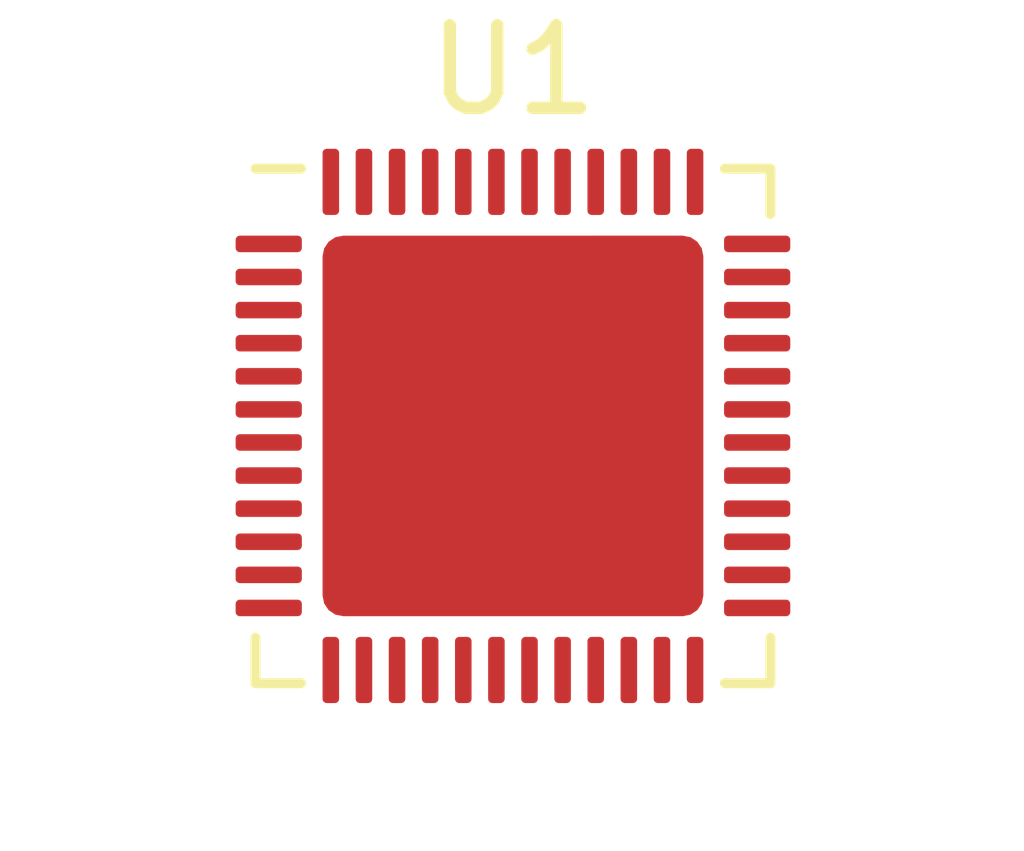
<source format=kicad_pcb>
(kicad_pcb (version 20171130) (host pcbnew "(5.1.4)-1")

  (general
    (thickness 1.6)
    (drawings 0)
    (tracks 0)
    (zones 0)
    (modules 1)
    (nets 46)
  )

  (page A4)
  (layers
    (0 F.Cu signal)
    (31 B.Cu signal)
    (32 B.Adhes user)
    (33 F.Adhes user)
    (34 B.Paste user)
    (35 F.Paste user)
    (36 B.SilkS user)
    (37 F.SilkS user)
    (38 B.Mask user)
    (39 F.Mask user)
    (40 Dwgs.User user)
    (41 Cmts.User user)
    (42 Eco1.User user)
    (43 Eco2.User user)
    (44 Edge.Cuts user)
    (45 Margin user)
    (46 B.CrtYd user)
    (47 F.CrtYd user)
    (48 B.Fab user)
    (49 F.Fab user)
  )

  (setup
    (last_trace_width 0.25)
    (trace_clearance 0.2)
    (zone_clearance 0.508)
    (zone_45_only no)
    (trace_min 0.2)
    (via_size 0.8)
    (via_drill 0.4)
    (via_min_size 0.4)
    (via_min_drill 0.3)
    (uvia_size 0.3)
    (uvia_drill 0.1)
    (uvias_allowed no)
    (uvia_min_size 0.2)
    (uvia_min_drill 0.1)
    (edge_width 0.05)
    (segment_width 0.2)
    (pcb_text_width 0.3)
    (pcb_text_size 1.5 1.5)
    (mod_edge_width 0.12)
    (mod_text_size 1 1)
    (mod_text_width 0.15)
    (pad_size 1.524 1.524)
    (pad_drill 0.762)
    (pad_to_mask_clearance 0.051)
    (solder_mask_min_width 0.25)
    (aux_axis_origin 0 0)
    (visible_elements FFFFFF7F)
    (pcbplotparams
      (layerselection 0x010fc_ffffffff)
      (usegerberextensions false)
      (usegerberattributes false)
      (usegerberadvancedattributes false)
      (creategerberjobfile false)
      (excludeedgelayer true)
      (linewidth 0.100000)
      (plotframeref false)
      (viasonmask false)
      (mode 1)
      (useauxorigin false)
      (hpglpennumber 1)
      (hpglpenspeed 20)
      (hpglpendiameter 15.000000)
      (psnegative false)
      (psa4output false)
      (plotreference true)
      (plotvalue true)
      (plotinvisibletext false)
      (padsonsilk false)
      (subtractmaskfromsilk false)
      (outputformat 1)
      (mirror false)
      (drillshape 1)
      (scaleselection 1)
      (outputdirectory ""))
  )

  (net 0 "")
  (net 1 "Net-(U1-Pad48)")
  (net 2 "Net-(U1-Pad47)")
  (net 3 "Net-(U1-Pad46)")
  (net 4 "Net-(U1-Pad45)")
  (net 5 "Net-(U1-Pad44)")
  (net 6 "Net-(U1-Pad43)")
  (net 7 "Net-(U1-Pad42)")
  (net 8 "Net-(U1-Pad41)")
  (net 9 "Net-(U1-Pad40)")
  (net 10 "Net-(U1-Pad39)")
  (net 11 "Net-(U1-Pad38)")
  (net 12 "Net-(U1-Pad37)")
  (net 13 "Net-(U1-Pad35)")
  (net 14 "Net-(U1-Pad13)")
  (net 15 "Net-(U1-Pad32)")
  (net 16 "Net-(U1-Pad31)")
  (net 17 "Net-(U1-Pad30)")
  (net 18 "Net-(U1-Pad29)")
  (net 19 "Net-(U1-Pad28)")
  (net 20 "Net-(U1-Pad27)")
  (net 21 "Net-(U1-Pad26)")
  (net 22 "Net-(U1-Pad25)")
  (net 23 "Net-(U1-Pad24)")
  (net 24 "Net-(U1-Pad23)")
  (net 25 "Net-(U1-Pad22)")
  (net 26 "Net-(U1-Pad21)")
  (net 27 "Net-(U1-Pad20)")
  (net 28 "Net-(U1-Pad19)")
  (net 29 "Net-(U1-Pad18)")
  (net 30 "Net-(U1-Pad17)")
  (net 31 "Net-(U1-Pad16)")
  (net 32 "Net-(U1-Pad15)")
  (net 33 "Net-(U1-Pad14)")
  (net 34 "Net-(U1-Pad1)")
  (net 35 "Net-(U1-Pad11)")
  (net 36 "Net-(U1-Pad10)")
  (net 37 "Net-(U1-Pad9)")
  (net 38 "Net-(U1-Pad8)")
  (net 39 "Net-(U1-Pad7)")
  (net 40 "Net-(U1-Pad6)")
  (net 41 "Net-(U1-Pad5)")
  (net 42 "Net-(U1-Pad4)")
  (net 43 "Net-(U1-Pad3)")
  (net 44 "Net-(U1-Pad2)")
  (net 45 "Net-(U1-Pad49)")

  (net_class Default "This is the default net class."
    (clearance 0.2)
    (trace_width 0.25)
    (via_dia 0.8)
    (via_drill 0.4)
    (uvia_dia 0.3)
    (uvia_drill 0.1)
    (add_net "Net-(U1-Pad1)")
    (add_net "Net-(U1-Pad10)")
    (add_net "Net-(U1-Pad11)")
    (add_net "Net-(U1-Pad13)")
    (add_net "Net-(U1-Pad14)")
    (add_net "Net-(U1-Pad15)")
    (add_net "Net-(U1-Pad16)")
    (add_net "Net-(U1-Pad17)")
    (add_net "Net-(U1-Pad18)")
    (add_net "Net-(U1-Pad19)")
    (add_net "Net-(U1-Pad2)")
    (add_net "Net-(U1-Pad20)")
    (add_net "Net-(U1-Pad21)")
    (add_net "Net-(U1-Pad22)")
    (add_net "Net-(U1-Pad23)")
    (add_net "Net-(U1-Pad24)")
    (add_net "Net-(U1-Pad25)")
    (add_net "Net-(U1-Pad26)")
    (add_net "Net-(U1-Pad27)")
    (add_net "Net-(U1-Pad28)")
    (add_net "Net-(U1-Pad29)")
    (add_net "Net-(U1-Pad3)")
    (add_net "Net-(U1-Pad30)")
    (add_net "Net-(U1-Pad31)")
    (add_net "Net-(U1-Pad32)")
    (add_net "Net-(U1-Pad35)")
    (add_net "Net-(U1-Pad37)")
    (add_net "Net-(U1-Pad38)")
    (add_net "Net-(U1-Pad39)")
    (add_net "Net-(U1-Pad4)")
    (add_net "Net-(U1-Pad40)")
    (add_net "Net-(U1-Pad41)")
    (add_net "Net-(U1-Pad42)")
    (add_net "Net-(U1-Pad43)")
    (add_net "Net-(U1-Pad44)")
    (add_net "Net-(U1-Pad45)")
    (add_net "Net-(U1-Pad46)")
    (add_net "Net-(U1-Pad47)")
    (add_net "Net-(U1-Pad48)")
    (add_net "Net-(U1-Pad49)")
    (add_net "Net-(U1-Pad5)")
    (add_net "Net-(U1-Pad6)")
    (add_net "Net-(U1-Pad7)")
    (add_net "Net-(U1-Pad8)")
    (add_net "Net-(U1-Pad9)")
  )

  (module Package_DFN_QFN:QFN-48-1EP_6x6mm_P0.4mm_EP4.6x4.6mm (layer F.Cu) (tedit 5C279080) (tstamp 5DF52CC9)
    (at 31.5 31.5)
    (descr "QFN, 48 Pin (http://infocenter.nordicsemi.com/pdf/nRF51822_PS_v3.3.pdf#page=67), generated with kicad-footprint-generator ipc_dfn_qfn_generator.py")
    (tags "QFN DFN_QFN")
    (path /5DF52931)
    (attr smd)
    (fp_text reference U1 (at 0 -4.3) (layer F.SilkS)
      (effects (font (size 1 1) (thickness 0.15)))
    )
    (fp_text value nRF51x22-QFxx (at 0 4.3) (layer F.Fab)
      (effects (font (size 1 1) (thickness 0.15)))
    )
    (fp_text user %R (at 0 0) (layer F.Fab)
      (effects (font (size 1 1) (thickness 0.15)))
    )
    (fp_line (start 3.6 -3.6) (end -3.6 -3.6) (layer F.CrtYd) (width 0.05))
    (fp_line (start 3.6 3.6) (end 3.6 -3.6) (layer F.CrtYd) (width 0.05))
    (fp_line (start -3.6 3.6) (end 3.6 3.6) (layer F.CrtYd) (width 0.05))
    (fp_line (start -3.6 -3.6) (end -3.6 3.6) (layer F.CrtYd) (width 0.05))
    (fp_line (start -3 -2) (end -2 -3) (layer F.Fab) (width 0.1))
    (fp_line (start -3 3) (end -3 -2) (layer F.Fab) (width 0.1))
    (fp_line (start 3 3) (end -3 3) (layer F.Fab) (width 0.1))
    (fp_line (start 3 -3) (end 3 3) (layer F.Fab) (width 0.1))
    (fp_line (start -2 -3) (end 3 -3) (layer F.Fab) (width 0.1))
    (fp_line (start -2.56 -3.11) (end -3.11 -3.11) (layer F.SilkS) (width 0.12))
    (fp_line (start 3.11 3.11) (end 3.11 2.56) (layer F.SilkS) (width 0.12))
    (fp_line (start 2.56 3.11) (end 3.11 3.11) (layer F.SilkS) (width 0.12))
    (fp_line (start -3.11 3.11) (end -3.11 2.56) (layer F.SilkS) (width 0.12))
    (fp_line (start -2.56 3.11) (end -3.11 3.11) (layer F.SilkS) (width 0.12))
    (fp_line (start 3.11 -3.11) (end 3.11 -2.56) (layer F.SilkS) (width 0.12))
    (fp_line (start 2.56 -3.11) (end 3.11 -3.11) (layer F.SilkS) (width 0.12))
    (pad 48 smd roundrect (at -2.2 -2.95) (size 0.2 0.8) (layers F.Cu F.Paste F.Mask) (roundrect_rratio 0.25)
      (net 1 "Net-(U1-Pad48)"))
    (pad 47 smd roundrect (at -1.8 -2.95) (size 0.2 0.8) (layers F.Cu F.Paste F.Mask) (roundrect_rratio 0.25)
      (net 2 "Net-(U1-Pad47)"))
    (pad 46 smd roundrect (at -1.4 -2.95) (size 0.2 0.8) (layers F.Cu F.Paste F.Mask) (roundrect_rratio 0.25)
      (net 3 "Net-(U1-Pad46)"))
    (pad 45 smd roundrect (at -1 -2.95) (size 0.2 0.8) (layers F.Cu F.Paste F.Mask) (roundrect_rratio 0.25)
      (net 4 "Net-(U1-Pad45)"))
    (pad 44 smd roundrect (at -0.6 -2.95) (size 0.2 0.8) (layers F.Cu F.Paste F.Mask) (roundrect_rratio 0.25)
      (net 5 "Net-(U1-Pad44)"))
    (pad 43 smd roundrect (at -0.2 -2.95) (size 0.2 0.8) (layers F.Cu F.Paste F.Mask) (roundrect_rratio 0.25)
      (net 6 "Net-(U1-Pad43)"))
    (pad 42 smd roundrect (at 0.2 -2.95) (size 0.2 0.8) (layers F.Cu F.Paste F.Mask) (roundrect_rratio 0.25)
      (net 7 "Net-(U1-Pad42)"))
    (pad 41 smd roundrect (at 0.6 -2.95) (size 0.2 0.8) (layers F.Cu F.Paste F.Mask) (roundrect_rratio 0.25)
      (net 8 "Net-(U1-Pad41)"))
    (pad 40 smd roundrect (at 1 -2.95) (size 0.2 0.8) (layers F.Cu F.Paste F.Mask) (roundrect_rratio 0.25)
      (net 9 "Net-(U1-Pad40)"))
    (pad 39 smd roundrect (at 1.4 -2.95) (size 0.2 0.8) (layers F.Cu F.Paste F.Mask) (roundrect_rratio 0.25)
      (net 10 "Net-(U1-Pad39)"))
    (pad 38 smd roundrect (at 1.8 -2.95) (size 0.2 0.8) (layers F.Cu F.Paste F.Mask) (roundrect_rratio 0.25)
      (net 11 "Net-(U1-Pad38)"))
    (pad 37 smd roundrect (at 2.2 -2.95) (size 0.2 0.8) (layers F.Cu F.Paste F.Mask) (roundrect_rratio 0.25)
      (net 12 "Net-(U1-Pad37)"))
    (pad 36 smd roundrect (at 2.95 -2.2) (size 0.8 0.2) (layers F.Cu F.Paste F.Mask) (roundrect_rratio 0.25)
      (net 13 "Net-(U1-Pad35)"))
    (pad 35 smd roundrect (at 2.95 -1.8) (size 0.8 0.2) (layers F.Cu F.Paste F.Mask) (roundrect_rratio 0.25)
      (net 13 "Net-(U1-Pad35)"))
    (pad 34 smd roundrect (at 2.95 -1.4) (size 0.8 0.2) (layers F.Cu F.Paste F.Mask) (roundrect_rratio 0.25)
      (net 14 "Net-(U1-Pad13)"))
    (pad 33 smd roundrect (at 2.95 -1) (size 0.8 0.2) (layers F.Cu F.Paste F.Mask) (roundrect_rratio 0.25)
      (net 14 "Net-(U1-Pad13)"))
    (pad 32 smd roundrect (at 2.95 -0.6) (size 0.8 0.2) (layers F.Cu F.Paste F.Mask) (roundrect_rratio 0.25)
      (net 15 "Net-(U1-Pad32)"))
    (pad 31 smd roundrect (at 2.95 -0.2) (size 0.8 0.2) (layers F.Cu F.Paste F.Mask) (roundrect_rratio 0.25)
      (net 16 "Net-(U1-Pad31)"))
    (pad 30 smd roundrect (at 2.95 0.2) (size 0.8 0.2) (layers F.Cu F.Paste F.Mask) (roundrect_rratio 0.25)
      (net 17 "Net-(U1-Pad30)"))
    (pad 29 smd roundrect (at 2.95 0.6) (size 0.8 0.2) (layers F.Cu F.Paste F.Mask) (roundrect_rratio 0.25)
      (net 18 "Net-(U1-Pad29)"))
    (pad 28 smd roundrect (at 2.95 1) (size 0.8 0.2) (layers F.Cu F.Paste F.Mask) (roundrect_rratio 0.25)
      (net 19 "Net-(U1-Pad28)"))
    (pad 27 smd roundrect (at 2.95 1.4) (size 0.8 0.2) (layers F.Cu F.Paste F.Mask) (roundrect_rratio 0.25)
      (net 20 "Net-(U1-Pad27)"))
    (pad 26 smd roundrect (at 2.95 1.8) (size 0.8 0.2) (layers F.Cu F.Paste F.Mask) (roundrect_rratio 0.25)
      (net 21 "Net-(U1-Pad26)"))
    (pad 25 smd roundrect (at 2.95 2.2) (size 0.8 0.2) (layers F.Cu F.Paste F.Mask) (roundrect_rratio 0.25)
      (net 22 "Net-(U1-Pad25)"))
    (pad 24 smd roundrect (at 2.2 2.95) (size 0.2 0.8) (layers F.Cu F.Paste F.Mask) (roundrect_rratio 0.25)
      (net 23 "Net-(U1-Pad24)"))
    (pad 23 smd roundrect (at 1.8 2.95) (size 0.2 0.8) (layers F.Cu F.Paste F.Mask) (roundrect_rratio 0.25)
      (net 24 "Net-(U1-Pad23)"))
    (pad 22 smd roundrect (at 1.4 2.95) (size 0.2 0.8) (layers F.Cu F.Paste F.Mask) (roundrect_rratio 0.25)
      (net 25 "Net-(U1-Pad22)"))
    (pad 21 smd roundrect (at 1 2.95) (size 0.2 0.8) (layers F.Cu F.Paste F.Mask) (roundrect_rratio 0.25)
      (net 26 "Net-(U1-Pad21)"))
    (pad 20 smd roundrect (at 0.6 2.95) (size 0.2 0.8) (layers F.Cu F.Paste F.Mask) (roundrect_rratio 0.25)
      (net 27 "Net-(U1-Pad20)"))
    (pad 19 smd roundrect (at 0.2 2.95) (size 0.2 0.8) (layers F.Cu F.Paste F.Mask) (roundrect_rratio 0.25)
      (net 28 "Net-(U1-Pad19)"))
    (pad 18 smd roundrect (at -0.2 2.95) (size 0.2 0.8) (layers F.Cu F.Paste F.Mask) (roundrect_rratio 0.25)
      (net 29 "Net-(U1-Pad18)"))
    (pad 17 smd roundrect (at -0.6 2.95) (size 0.2 0.8) (layers F.Cu F.Paste F.Mask) (roundrect_rratio 0.25)
      (net 30 "Net-(U1-Pad17)"))
    (pad 16 smd roundrect (at -1 2.95) (size 0.2 0.8) (layers F.Cu F.Paste F.Mask) (roundrect_rratio 0.25)
      (net 31 "Net-(U1-Pad16)"))
    (pad 15 smd roundrect (at -1.4 2.95) (size 0.2 0.8) (layers F.Cu F.Paste F.Mask) (roundrect_rratio 0.25)
      (net 32 "Net-(U1-Pad15)"))
    (pad 14 smd roundrect (at -1.8 2.95) (size 0.2 0.8) (layers F.Cu F.Paste F.Mask) (roundrect_rratio 0.25)
      (net 33 "Net-(U1-Pad14)"))
    (pad 13 smd roundrect (at -2.2 2.95) (size 0.2 0.8) (layers F.Cu F.Paste F.Mask) (roundrect_rratio 0.25)
      (net 14 "Net-(U1-Pad13)"))
    (pad 12 smd roundrect (at -2.95 2.2) (size 0.8 0.2) (layers F.Cu F.Paste F.Mask) (roundrect_rratio 0.25)
      (net 34 "Net-(U1-Pad1)"))
    (pad 11 smd roundrect (at -2.95 1.8) (size 0.8 0.2) (layers F.Cu F.Paste F.Mask) (roundrect_rratio 0.25)
      (net 35 "Net-(U1-Pad11)"))
    (pad 10 smd roundrect (at -2.95 1.4) (size 0.8 0.2) (layers F.Cu F.Paste F.Mask) (roundrect_rratio 0.25)
      (net 36 "Net-(U1-Pad10)"))
    (pad 9 smd roundrect (at -2.95 1) (size 0.8 0.2) (layers F.Cu F.Paste F.Mask) (roundrect_rratio 0.25)
      (net 37 "Net-(U1-Pad9)"))
    (pad 8 smd roundrect (at -2.95 0.6) (size 0.8 0.2) (layers F.Cu F.Paste F.Mask) (roundrect_rratio 0.25)
      (net 38 "Net-(U1-Pad8)"))
    (pad 7 smd roundrect (at -2.95 0.2) (size 0.8 0.2) (layers F.Cu F.Paste F.Mask) (roundrect_rratio 0.25)
      (net 39 "Net-(U1-Pad7)"))
    (pad 6 smd roundrect (at -2.95 -0.2) (size 0.8 0.2) (layers F.Cu F.Paste F.Mask) (roundrect_rratio 0.25)
      (net 40 "Net-(U1-Pad6)"))
    (pad 5 smd roundrect (at -2.95 -0.6) (size 0.8 0.2) (layers F.Cu F.Paste F.Mask) (roundrect_rratio 0.25)
      (net 41 "Net-(U1-Pad5)"))
    (pad 4 smd roundrect (at -2.95 -1) (size 0.8 0.2) (layers F.Cu F.Paste F.Mask) (roundrect_rratio 0.25)
      (net 42 "Net-(U1-Pad4)"))
    (pad 3 smd roundrect (at -2.95 -1.4) (size 0.8 0.2) (layers F.Cu F.Paste F.Mask) (roundrect_rratio 0.25)
      (net 43 "Net-(U1-Pad3)"))
    (pad 2 smd roundrect (at -2.95 -1.8) (size 0.8 0.2) (layers F.Cu F.Paste F.Mask) (roundrect_rratio 0.25)
      (net 44 "Net-(U1-Pad2)"))
    (pad 1 smd roundrect (at -2.95 -2.2) (size 0.8 0.2) (layers F.Cu F.Paste F.Mask) (roundrect_rratio 0.25)
      (net 34 "Net-(U1-Pad1)"))
    (pad "" smd roundrect (at 1.53 1.53) (size 1.24 1.24) (layers F.Paste) (roundrect_rratio 0.201613))
    (pad "" smd roundrect (at 1.53 0) (size 1.24 1.24) (layers F.Paste) (roundrect_rratio 0.201613))
    (pad "" smd roundrect (at 1.53 -1.53) (size 1.24 1.24) (layers F.Paste) (roundrect_rratio 0.201613))
    (pad "" smd roundrect (at 0 1.53) (size 1.24 1.24) (layers F.Paste) (roundrect_rratio 0.201613))
    (pad "" smd roundrect (at 0 0) (size 1.24 1.24) (layers F.Paste) (roundrect_rratio 0.201613))
    (pad "" smd roundrect (at 0 -1.53) (size 1.24 1.24) (layers F.Paste) (roundrect_rratio 0.201613))
    (pad "" smd roundrect (at -1.53 1.53) (size 1.24 1.24) (layers F.Paste) (roundrect_rratio 0.201613))
    (pad "" smd roundrect (at -1.53 0) (size 1.24 1.24) (layers F.Paste) (roundrect_rratio 0.201613))
    (pad "" smd roundrect (at -1.53 -1.53) (size 1.24 1.24) (layers F.Paste) (roundrect_rratio 0.201613))
    (pad 49 smd roundrect (at 0 0) (size 4.6 4.6) (layers F.Cu F.Mask) (roundrect_rratio 0.054348)
      (net 45 "Net-(U1-Pad49)"))
    (model ${KISYS3DMOD}/Package_DFN_QFN.3dshapes/QFN-48-1EP_6x6mm_P0.4mm_EP4.6x4.6mm.wrl
      (at (xyz 0 0 0))
      (scale (xyz 1 1 1))
      (rotate (xyz 0 0 0))
    )
  )

)

</source>
